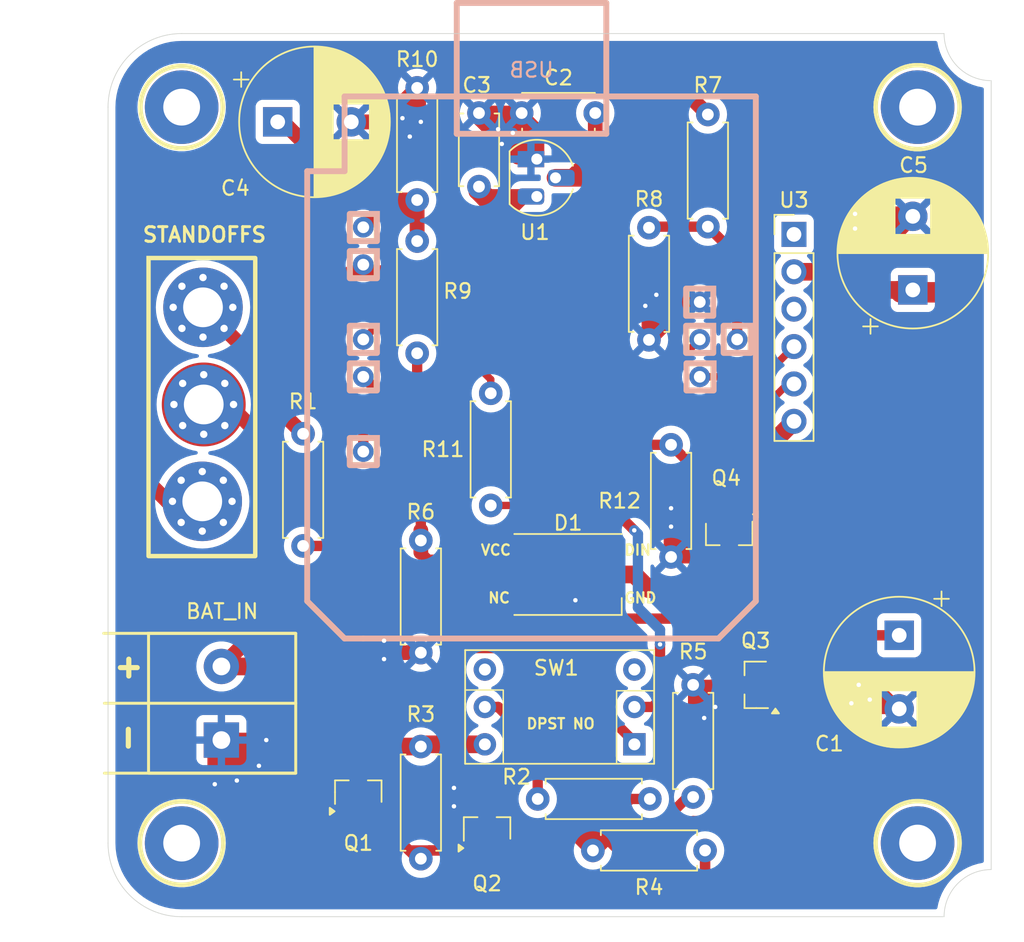
<source format=kicad_pcb>
(kicad_pcb (version 20240108) (generator "pcbnew") (generator_version "8.0")
  (layers (0 "F.Cu" signal) (31 "B.Cu" signal) (34 "B.Paste" user) (35 "F.Paste" user) (36 "B.SilkS" user "B.Silkscreen") (37 "F.SilkS" user "F.Silkscreen") (38 "B.Mask" user) (39 "F.Mask" user) (44 "Edge.Cuts" user))
  (net 0 "")
  (net 1 "CIRCUIT_POWER_SWITCH")
  (net 2 "GND")
  (net 3 "VCC_4.5V")
  (net 4 "+3.3V")
  (net 5 "Net-(U2-IO_13{slash}TCK)")
  (net 6 "Net-(D1-DIN)")
  (net 7 "Net-(Q1-G)")
  (net 8 "Net-(Q2-G)")
  (net 9 "Net-(Q4-D)")
  (net 10 "SIM800L_POWER_SWITCH")
  (net 11 "Net-(R1-Pad2)")
  (net 12 "Net-(R2-Pad2)")
  (net 13 "Net-(U2-IO_04)")
  (net 14 "Net-(R7-Pad2)")
  (net 15 "TEST_BUTTON")
  (net 16 "Net-(U2-IO_23{slash}D7)")
  (net 17 "SERIAL_TX")
  (net 18 "SERIAL_RX")
  (net 20 "Net-(J1-Pin_2)")
  (footprint "MountingHole:MountingHole_2.5mm_Pad" (layer "F.Cu") (at 172.275 73.2)
    (property "Reference" "H2" (hide yes))
    (property "Value" "MountingHole")
  )
  (footprint "Package_TO_SOT_SMD:SOT-23_Handsoldering" (layer "F.Cu") (at 134.275 119.7 90)
    (property "Reference" "Q1")
    (property "Value" "NTR4101PT1G ")
  )
  (footprint "Package_TO_SOT_SMD:SOT-23_Handsoldering" (layer "F.Cu") (at 159.475 102.2 -90)
    (property "Reference" "Q4")
    (property "Value" "PMV16XNR ")
  )
  (footprint "Resistor_THT:R_Axial_DIN0207_L6.3mm_D2.5mm_P7.62mm_Horizontal" (layer "F.Cu") (at 138.525 124.26 90)
    (property "Reference" "R3")
    (property "Value" "100K")
  )
  (footprint "Capacitor_THT:CP_Radial_D10.0mm_P5.00mm" (layer "F.Cu") (at 171.025 109.082323 -90)
    (property "Reference" "C1")
    (property "Value" "470uF")
  )
  (footprint "LED_SMD:LED_WS2812B_PLCC4_5.0x5.0mm_P3.2mm" (layer "F.Cu") (at 148.525 104.95)
    (property "Reference" "D1")
    (property "Value" "WS2812B")
  )
  (footprint "Capacitor_THT:C_Disc_D4.7mm_W2.5mm_P5.00mm" (layer "F.Cu") (at 150.375 73.6 180)
    (property "Reference" "C2")
    (property "Value" "1uF")
  )
  (footprint "Connector_PinHeader_2.54mm:PinHeader_1x06_P2.54mm_Vertical" (layer "F.Cu") (at 163.875 81.845)
    (property "Reference" "U3")
    (property "Value" "SIM800L-CORE")
  )
  (footprint "Resistor_THT:R_Axial_DIN0207_L6.3mm_D2.5mm_P7.62mm_Horizontal" (layer "F.Cu") (at 138.275 89.92 90)
    (property "Reference" "R9")
    (property "Value" "150")
  )
  (footprint "Resistor_THT:R_Axial_DIN0207_L6.3mm_D2.5mm_P7.62mm_Horizontal" (layer "F.Cu") (at 154.025 89.01 90)
    (property "Reference" "R8")
    (property "Value" "680")
  )
  (footprint "MountingHole:MountingHole_2.7mm_M2.5_Pad_Via" (layer "F.Cu") (at 123.775 93.4)
    (property "Reference" "S1" (hide yes))
    (property "Value" "CUNDUCTIVE_LEGS (legs 0, 1)")
  )
  (footprint "Resistor_THT:R_Axial_DIN0207_L6.3mm_D2.5mm_P7.62mm_Horizontal" (layer "F.Cu") (at 150.215 123.7)
    (property "Reference" "R4")
    (property "Value" "100K")
  )
  (footprint "MountingHole:MountingHole_2.7mm_M2.5_Pad_Via" (layer "F.Cu") (at 123.675 99.981891)
    (property "Reference" "S3" (hide yes))
    (property "Value" "CUNDUCTIVE_LEG (leg 2)")
  )
  (footprint "Capacitor_THT:CP_Radial_D10.0mm_P5.00mm" (layer "F.Cu") (at 128.8 74.2)
    (property "Reference" "C4")
    (property "Value" "470")
  )
  (footprint "Resistor_THT:R_Axial_DIN0207_L6.3mm_D2.5mm_P7.62mm_Horizontal" (layer "F.Cu") (at 138.525 110.26 90)
    (property "Reference" "R6")
    (property "Value" "100K")
  )
  (footprint "Resistor_THT:R_Axial_DIN0207_L6.3mm_D2.5mm_P7.62mm_Horizontal" (layer "F.Cu") (at 158.025 81.32 90)
    (property "Reference" "R7")
    (property "Value" "330")
  )
  (footprint "Button_Switch_THT:SW_NKK_G1xJP" (layer "F.Cu") (at 153.035 116.49 180)
    (property "Reference" "SW1")
    (property "Value" "TEST")
  )
  (footprint "MountingHole:MountingHole_2.7mm_M2.5_Pad_Via" (layer "F.Cu") (at 123.725 86.8)
    (property "Reference" "S2" (hide yes))
    (property "Value" "CUNDUCTIVE STANDOFFS (legs 1, 2)")
  )
  (footprint "TerminalBlock_Philmore:TerminalBlock_Philmore_TB132_1x02_P5.00mm_Horizontal" (layer "F.Cu") (at 124.975 116.2 90)
    (property "Reference" "BAT_IN")
    (property "Value" "Screw_Terminal_01x02")
  )
  (footprint "Resistor_THT:R_Axial_DIN0207_L6.3mm_D2.5mm_P7.62mm_Horizontal" (layer "F.Cu") (at 138.275 71.89 -90)
    (property "Reference" "R10")
    (property "Value" "10K")
  )
  (footprint "Package_TO_SOT_SMD:SOT-23_Handsoldering" (layer "F.Cu") (at 161.275 112.45 180)
    (property "Reference" "Q3")
    (property "Value" "PMV16XNR ")
  )
  (footprint "Resistor_THT:R_Axial_DIN0207_L6.3mm_D2.5mm_P7.62mm_Horizontal" (layer "F.Cu") (at 130.525 103.01 90)
    (property "Reference" "R1")
    (property "Value" "330")
  )
  (footprint "Package_TO_SOT_THT:TO-92_HandSolder" (layer "F.Cu") (at 146.405 76.73 -90)
    (property "Reference" "U1")
    (property "Value" "MCP1700x-120xxTO")
  )
  (footprint "MountingHole:MountingHole_2.5mm_Pad" (layer "F.Cu") (at 172.275 123.2)
    (property "Reference" "H4" (hide yes))
    (property "Value" "MountingHole")
  )
  (footprint "Resistor_THT:R_Axial_DIN0207_L6.3mm_D2.5mm_P7.62mm_Horizontal" (layer "F.Cu") (at 154.085 120.2 180)
    (property "Reference" "R2")
    (property "Value" "330")
  )
  (footprint "Resistor_THT:R_Axial_DIN0207_L6.3mm_D2.5mm_P7.62mm_Horizontal" (layer "F.Cu") (at 157.025 112.45 -90)
    (property "Reference" "R5")
    (property "Value" "300K")
  )
  (footprint "Capacitor_THT:CP_Radial_D10.0mm_P5.00mm" (layer "F.Cu") (at 171.95 85.617677 90)
    (property "Reference" "C5")
    (property "Value" "470uF")
  )
  (footprint "MountingHole:MountingHole_2.5mm_Pad" (layer "F.Cu") (at 122.275 73.2)
    (property "Reference" "H1" (hide yes))
    (property "Value" "MountingHole")
  )
  (footprint "Resistor_THT:R_Axial_DIN0207_L6.3mm_D2.5mm_P7.62mm_Horizontal" (layer "F.Cu") (at 143.275 92.64 -90)
    (property "Reference" "R11")
    (property "Value" "270")
  )
  (footprint "MountingHole:MountingHole_2.5mm_Pad" (layer "F.Cu") (at 122.275 123.2)
    (property "Reference" "H3" (hide yes))
    (property "Value" "MountingHole")
  )
  (footprint "Capacitor_THT:C_Disc_D4.7mm_W2.5mm_P5.00mm" (layer "F.Cu") (at 142.475 78.6 90)
    (property "Reference" "C3")
    (property "Value" "1uF")
  )
  (footprint "Resistor_THT:R_Axial_DIN0207_L6.3mm_D2.5mm_P7.62mm_Horizontal" (layer "F.Cu") (at 155.525 103.76 90)
    (property "Reference" "R12")
    (property "Value" "10K")
  )
  (footprint "Package_TO_SOT_SMD:SOT-23_Handsoldering" (layer "F.Cu") (at 143.025 122.2 90)
    (property "Reference" "Q2")
    (property "Value" "PMV16XNR ")
  )
  (footprint "jw:esp32-wemos-d1-mini" (layer "B.Cu") (at 146.045 90.25)
    (property "Reference" "U2" (hide yes))
    (property "Value" "mini_esp32")
  )
  (gr_circle (center 123.775 93.4) (end 126.525455 93.4) (stroke (width 0.2)) (fill solid) (layer "F.Cu") (net 20))
  (gr_rect (start 120.025 108.95) (end 130.025 118.45) (stroke (width 0.2)) (fill none) (layer "F.SilkS"))
  (gr_rect (start 151.825 112.85) (end 154.37612 117.8108) (stroke (width 0.1)) (fill none) (layer "F.SilkS"))
  (gr_rect (start 133.8 80.55) (end 135.425 82.2) (stroke (width 0.2)) (fill none) (layer "F.SilkS"))
  (gr_rect (start 159.2 88.15) (end 160.825 89.8) (stroke (width 0.2)) (fill none) (layer "F.SilkS"))
  (gr_line (start 130.025 108.95) (end 116.975 108.95) (stroke (width 0.2)) (layer "F.SilkS"))
  (gr_line (start 130.025 113.7) (end 117.025 113.7) (stroke (width 0.2)) (layer "F.SilkS"))
  (gr_line (start 130.025 118.45) (end 117.025 118.45) (stroke (width 0.2)) (layer "F.SilkS"))
  (gr_rect (start 133.8 90.7) (end 135.425 92.35) (stroke (width 0.2)) (fill none) (layer "F.SilkS"))
  (gr_rect (start 133.8 83.075) (end 135.425 84.725) (stroke (width 0.2)) (fill none) (layer "F.SilkS"))
  (gr_rect (start 156.675 90.7) (end 158.3 92.35) (stroke (width 0.2)) (fill none) (layer "F.SilkS"))
  (gr_rect (start 156.675 88.15) (end 158.3 89.8) (stroke (width 0.2)) (fill none) (layer "F.SilkS"))
  (gr_rect (start 120.025 83.45) (end 127.275 103.7) (stroke (width 0.3)) (fill none) (layer "F.SilkS"))
  (gr_rect (start 133.8 88.15) (end 135.425 89.8) (stroke (width 0.2)) (fill none) (layer "F.SilkS"))
  (gr_rect (start 141.535 112.8) (end 144.125 117.8108) (stroke (width 0.1)) (fill none) (layer "F.SilkS"))
  (gr_rect (start 133.8 95.775) (end 135.425 97.425) (stroke (width 0.2)) (fill none) (layer "F.SilkS"))
  (gr_rect (start 156.675 85.625) (end 158.3 87.275) (stroke (width 0.2)) (fill none) (layer "F.SilkS"))
  (gr_line (start 122.275 128.2) (end 174.075 128.2) (stroke (width 0.05)) (layer "Edge.Cuts"))
  (gr_arc (start 174.075 128.2) (mid 175.012258 125.937258) (end 177.275 125) (stroke (width 0.05)) (layer "Edge.Cuts"))
  (gr_line (start 174.075 68.2) (end 122.275 68.2) (stroke (width 0.05)) (layer "Edge.Cuts"))
  (gr_arc (start 117.275 73.2) (mid 118.739466 69.664466) (end 122.275 68.2) (stroke (width 0.05)) (layer "Edge.Cuts"))
  (gr_arc (start 122.275 128.2) (mid 118.739466 126.735534) (end 117.275 123.2) (stroke (width 0.05)) (layer "Edge.Cuts"))
  (gr_line (start 177.275 125) (end 177.275 71.4) (stroke (width 0.05)) (layer "Edge.Cuts"))
  (gr_line (start 117.275 73.2) (end 117.275 123.2) (stroke (width 0.05)) (layer "Edge.Cuts"))
  (gr_arc (start 177.275 71.4) (mid 175.012258 70.462742) (end 174.075 68.2) (stroke (width 0.05)) (layer "Edge.Cuts"))
  (gr_text "VCC" (at 142.525 103.7 0) (layer "F.SilkS") (effects (font (size 0.7 0.7) (thickness 0.15) (bold yes)) (justify left bottom)))
  (gr_text "NC" (at 143.025 106.95 0) (layer "F.SilkS") (effects (font (size 0.7 0.7) (thickness 0.15) (bold yes)) (justify left bottom)))
  (gr_text "-" (at 119.425 117.2 90) (layer "F.SilkS") (effects (font (size 1.5 1.5) (thickness 0.35) (bold yes)) (justify left bottom)))
  (gr_text "STANDOFFS" (at 119.525 82.45 0) (layer "F.SilkS") (effects (font (size 1 1) (thickness 0.2) (bold yes)) (justify left bottom)))
  (gr_text "DIN" (at 152.275 103.7 0) (layer "F.SilkS") (effects (font (size 0.7 0.7) (thickness 0.15) (bold yes)) (justify left bottom)))
  (gr_text "+" (at 117.525 112.05 0) (layer "F.SilkS") (effects (font (size 1.5 1.5) (thickness 0.35) (bold yes)) (justify left bottom)))
  (gr_text "DPST NO" (at 145.625 115.5 0) (layer "F.SilkS") (effects (font (size 0.7 0.7) (thickness 0.15) (bold yes)) (justify left bottom)))
  (gr_text "GND" (at 152.275 106.95 0) (layer "F.SilkS") (effects (font (size 0.7 0.7) (thickness 0.15) (bold yes)) (justify left bottom)))
  (segment (start 139.025 103.95) (end 138.525 103.45) (width 0.7) (layer "F.Cu") (net 1))
  (segment (start 162.775 111.5) (end 164.607323 111.5) (width 0.7) (layer "F.Cu") (net 1))
  (segment (start 138.525 95.43) (end 134.615 91.52) (width 0.7) (layer "F.Cu") (net 1))
  (segment (start 167.025 109.082323) (end 171.025 109.082323) (width 0.7) (layer "F.Cu") (net 1))
  (segment (start 138.525 102.64) (end 138.525 101.95) (width 1) (layer "F.Cu") (net 1))
  (segment (start 145.025 107.95) (end 141.025 103.95) (width 0.7) (layer "F.Cu") (net 1))
  (segment (start 138.525 102.64) (end 138.525 103.45) (width 1) (layer "F.Cu") (net 1))
  (segment (start 162.775 111.5) (end 161.575 111.5) (width 0.7) (layer "F.Cu") (net 1))
  (segment (start 161.575 111.5) (end 158.025 107.95) (width 0.7) (layer "F.Cu") (net 1))
  (segment (start 138.525 103.45) (end 138.525 95.43) (width 0.7) (layer "F.Cu") (net 1))
  (segment (start 164.607323 111.5) (end 167.025 109.082323) (width 0.7) (layer "F.Cu") (net 1))
  (segment (start 141.025 103.95) (end 139.025 103.95) (width 0.7) (layer "F.Cu") (net 1))
  (segment (start 158.025 107.95) (end 145.025 107.95) (width 0.7) (layer "F.Cu") (net 1))
  (segment (start 157.275 115.2) (end 157.775 114.7) (width 0.7) (layer "F.Cu") (net 2))
  (segment (start 168.157323 114.082323) (end 167.775 113.7) (width 0.7) (layer "F.Cu") (net 2))
  (segment (start 157.025 112.45) (end 160.525 112.45) (width 0.7) (layer "F.Cu") (net 2))
  (segment (start 134.157323 74.2) (end 136.775 74.2) (width 0.7) (layer "F.Cu") (net 2))
  (segment (start 170.875 80.692677) (end 168.782323 80.692677) (width 1) (layer "F.Cu") (net 2))
  (segment (start 155.015 87.21) (end 154.525 87.7) (width 1) (layer "F.Cu") (net 2))
  (segment (start 155.525 103.76) (end 155.525 100.45) (width 1) (layer "F.Cu") (net 2))
  (segment (start 169.407323 114.082323) (end 168.275 112.95) (width 0.7) (layer "F.Cu") (net 2))
  (segment (start 138.525 110.26) (end 136.835 110.26) (width 1) (layer "F.Cu") (net 2))
  (segment (start 149.125 106.6) (end 149.025 106.7) (width 0.7) (layer "F.Cu") (net 2))
  (segment (start 136.835 110.26) (end 136.025 109.45) (width 1) (layer "F.Cu") (net 2))
  (segment (start 142.525 119.45) (end 143.025 119.95) (width 0.7) (layer "F.Cu") (net 2))
  (segment (start 157.025 115.2) (end 157.275 115.2) (width 0.7) (layer "F.Cu") (net 2))
  (segment (start 146.405 76.73) (end 146.405 76.33) (width 1) (layer "F.Cu") (net 2))
  (segment (start 124.525 119.2) (end 125.775 119.2) (width 1) (layer "F.Cu") (net 2))
  (segment (start 125.025 117.95) (end 125.025 116.2) (width 1) (layer "F.Cu") (net 2))
  (segment (start 125.025 119.2) (end 128.025 116.2) (width 1) (layer "F.Cu") (net 2))
  (segment (start 126.525 118.2) (end 124.775 116.45) (width 1) (layer "F.Cu") (net 2))
  (segment (start 145.055 76.73) (end 144.025 75.7) (width 0.7) (layer "F.Cu") (net 2))
  (segment (start 137.275 74.2) (end 137.025 73.95) (width 0.7) (layer "F.Cu") (net 2))
  (segment (start 168.025 80.45) (end 171.782323 80.45) (width 1) (layer "F.Cu") (net 2))
  (segment (start 155.015 86.44) (end 154.525 85.95) (width 1) (layer "F.Cu") (net 2))
  (segment (start 127.525 117.95) (end 126.725 117.95) (width 1) (layer "F.Cu") (net 2))
  (segment (start 138.025 73.7) (end 138.025 72.95) (width 0.7) (layer "F.Cu") (net 2))
  (segment (start 141.775 120.2) (end 141.525 119.95) (width 0.7) (layer "F.Cu") (net 2))
  (segment (start 167.775 112.95) (end 168.275 112.45) (width 0.7) (layer "F.Cu") (net 2))
  (segment (start 125.775 119.2) (end 126.025 118.95) (width 1) (layer "F.Cu") (net 2))
  (segment (start 142.275 119.95) (end 142.025 119.95) (width 0.7) (layer "F.Cu") (net 2))
  (segment (start 138.525 74.2) (end 134.157323 74.2) (width 0.7) (layer "F.Cu") (net 2))
  (segment (start 171.782323 80.45) (end 171.95 80.617677) (width 1) (layer "F.Cu") (net 2))
  (segment (start 156.595 86.44) (end 154.025 89.01) (width 1) (layer "F.Cu") (net 2))
  (segment (start 137.525 74.95) (end 137.525 73.7) (width 0.7) (layer "F.Cu") (net 2))
  (segment (start 128.025 117.45) (end 127.275 116.7) (width 1) (layer "F.Cu") (net 2))
  (segment (start 138.525 74.2) (end 137.775 73.45) (width 0.7) (layer "F.Cu") (net 2))
  (segment (start 146.405 76.73) (end 145.055 76.73) (width 0.7) (layer "F.Cu") (net 2))
  (segment (start 145.375 73.6) (end 142.475 73.6) (width 1) (layer "F.Cu") (net 2))
  (segment (start 126.225 117.45) (end 124.975 116.2) (width 1) (layer "F.Cu") (net 2))
  (segment (start 141.525 120.2) (end 141.275 119.95) (width 0.7) (layer "F.Cu") (net 2))
  (segment (start 140.775 119.45) (end 142.525 119.45) (width 0.7) (layer "F.Cu") (net 2))
  (segment (start 160.025 112.45) (end 159.025 112.45) (width 0.7) (layer "F.Cu") (net 2))
  (segment (start 143.025 120.7) (end 142.525 120.2) (width 0.7) (layer "F.Cu") (net 2))
  (segment (start 159.475 103.7) (end 158.025 103.7) (width 1) (layer "F.Cu") (net 2))
  (segment (start 168.782323 80.692677) (end 168.025 81.45) (width 1) (layer "F.Cu") (net 2))
  (segment (start 158.525 113.95) (end 157.775 114.7) (width 0.7) (layer "F.Cu") (net 2))
  (segment (start 142.525 120.2) (end 141.525 120.2) (width 0.7) (layer "F.Cu") (net 2))
  (segment (start 146.405 74.83) (end 145.275 73.7) (width 1) (layer "F.Cu") (net 2))
  (segment (start 146.405 75.58) (end 144.775 73.95) (width 1) (layer "F.Cu") (net 2))
  (segment (start 142.525 120.2) (end 141.775 120.2) (width 0.7) (layer "F.Cu") (net 2))
  (segment (start 138.525 74.2) (end 138.025 73.7) (width 0.7) (layer "F.Cu") (net 2))
  (segment (start 170.157323 114.082323) (end 169.025 112.95) (width 0.7) (layer "F.Cu") (net 2))
  (segment (start 157.025 112.45) (end 157.025 115.2) (width 0.7) (layer "F.Cu") (net 2))
  (segment (start 126.725 117.95) (end 124.975 116.2) (width 1) (layer "F.Cu") (net 2))
  (segment (start 128.025 117.45) (end 127.525 117.95) (width 1) (layer "F.Cu") (net 2))
  (segment (start 136.775 74.2) (end 137.775 75.2) (width 0.7) (layer "F.Cu") (net 2))
  (segment (start 169.392677 112.45) (end 171.025 114.082323) (width 0.7) (layer "F.Cu") (net 2))
  (segment (start 157.025 115.2) (end 159.775 112.45) (width 0.7) (layer "F.Cu") (net 2))
  (segment (start 168.025 81.45) (end 168.025 80.45) (width 1) (layer "F.Cu") (net 2))
  (segment (start 128.025 116.2) (end 128.025 117.45) (width 1) (layer "F.Cu") (net 2))
  (segment (start 150.975 106.6) (end 149.125 106.6) (width 0.7) (layer "F.Cu") (net 2))
  (segment (start 124.525 116.65) (end 124.975 116.2) (width 1) (layer "F.Cu") (net 2))
  (segment (start 127.525 117.95) (end 125.775 116.2) (width 1) (layer "F.Cu") (net 2))
  (segment (start 137.775 75.2) (end 137.775 74.95) (width 0.7) (layer "F.Cu") (net 2))
  (segment (start 157.025 114.45) (end 157.025 112.45) (width 0.7) (layer "F.Cu") (net 2))
  (segment (start 146.405 76.73) (end 145.555 76.73) (width 1) (layer "F.Cu") (net 2))
  (segment (start 126.525 118.95) (end 127.525 117.95) (width 1) (layer "F.Cu") (net 2))
  (segment (start 138.525 72.14) (end 138.275 71.89) (width 0.7) (layer "F.Cu") (net 2))
  (segment (start 158.025 103.7) (end 157.275 102.95) (width 1) (layer "F.Cu") (net 2))
  (segment (start 125.775 116.2) (end 125.025 116.2) (width 1) (layer "F.Cu") (net 2))
  (segment (start 138.525 74.2) (end 138.525 72.14) (width 0.7) (layer "F.Cu") (net 2))
  (segment (start 127.275 116.7) (end 124.775 116.7) (width 1) (layer "F.Cu") (net 2))
  (segment (start 127.525 117.95) (end 126.275 119.2) (width 1) (layer "F.Cu") (net 2))
  (segment (start 146.405 76.73) (end 146.405 75.58) (width 1) (layer "F.Cu") (net 2))
  (segment (start 169.642677 112.7) (end 168.525 112.7) (width 0.7) (layer "F.Cu") (net 2))
  (segment (start 155.525 100.45) (end 155.525 101.2) (width 1) (layer "F.Cu") (net 2))
  (segment (start 157.275 102.95) (end 156.025 102.95) (width 1) (layer "F.Cu") (net 2))
  (segment (start 136.465 110.26) (end 136.025 110.7) (width 1) (layer "F.Cu") (net 2))
  (segment (start 140.775 120.7) (end 140.775 119.45) (width 0.7) (layer "F.Cu") (net 2))
  (segment (start 128.025 117.45) (end 126.225 117.45) (width 1) (layer "F.Cu") (net 2))
  (segment (start 128.025 116.2) (end 124.975 116.2) (width 1) (layer "F.Cu") (net 2))
  (segment (start 170.875 80.692677) (end 168.032323 80.692677) (width 1) (layer "F.Cu") (net 2))
  (segment (start 126.275 119.2) (end 125.775 119.2) (width 1) (layer "F.Cu") (net 2))
  (segment (start 124.525 119.2) (end 125.025 119.2) (width 1) (layer "F.Cu") (net 2))
  (segment (start 160.025 112.45) (end 158.275 112.45) (width 0.7) (layer "F.Cu") (net 2))
  (segment (start 137.775 75.2) (end 137.525 74.95) (width 0.7) (layer "F.Cu") (net 2))
  (segment (start 158.025 103.7) (end 155.585 103.7) (width 1) (layer "F.Cu") (net 2))
  (segment (start 170.875 80.692677) (end 168.267677 80.692677) (width 1) (layer "F.Cu") (net 2))
  (segment (start 168.267677 80.692677) (end 168.025 80.45) (width 1) (layer "F.Cu") (net 2))
  (segment (start 171.025 114.082323) (end 169.407323 114.082323) (width 0.7) (layer "F.Cu") (net 2))
  (segment (start 155.585 103.7) (end 155.525 103.76) (width 1) (layer "F.Cu") (net 2))
  (segment (start 168.657323 114.082323) (end 168.025 113.45) (width 0.7) (layer "F.Cu") (net 2))
  (segment (start 157.475 86.44) (end 156.595 86.44) (width 1) (layer "F.Cu") (net 2))
  (segment (start 145.555 76.73) (end 142.525 73.7) (width 1) (layer "F.Cu") (net 2))
  (segment (start 154.525 87.7) (end 154.525 86.7) (width 1) (layer "F.Cu") (net 2))
  (segment (start 158.275 112.45) (end 157.275 113.45) (width 0.7) (layer "F.Cu") (net 2))
  (segment (start 137.775 73.45) (end 137.025 73.45) (width 0.7) (layer "F.Cu") (net 2))
  (segment (start 159.775 112.7) (end 158.525 113.95) (width 0.7) (layer "F.Cu") (net 2))
  (segment (start 171.117677 81.45) (end 171.95 80.617677) (width 1) (layer "F.Cu") (net 2))
  (segment (start 137.775 74.95) (end 138.525 74.2) (width 0.7) (layer "F.Cu") (net 2))
  (segment (start 135.965 74.2) (end 138.275 71.89) (width 1) (layer "F.Cu") (net 2))
  (segment (start 146.405 76.33) (end 144.025 73.95) (width 1) (layer "F.Cu") (net 2))
  (segment (start 154.025 86.95) (end 153.775 86.7) (width 1) (layer "F.Cu") (net 2))
  (segment (start 141.525 120.2) (end 141.275 120.45) (width 0.7) (layer "F.Cu") (net 2))
  (segment (start 142.475 73.6) (end 142.475 74.15) (width 0.7) (layer "F.Cu") (net 2))
  (segment (start 171.025 114.082323) (end 168.157323 114.082323) (width 0.7) (layer "F.Cu") (net 2))
  (segment (start 168.275 112.45) (end 169.392677 112.45) (width 0.7) (layer "F.Cu") (net 2))
  (segment (start 126.025 118.95) (end 126.525 118.95) (width 1) (layer "F.Cu") (net 2))
  (segment (start 135.965 74.2) (end 133.8 74.2) (width 1) (layer "F.Cu") (net 2))
  (segment (start 143.025 120.7) (end 142.275 119.95) (width 0.7) (layer "F.Cu") (net 2))
  (segment (start 143.025 120.7) (end 140.775 120.7) (width 0.7) (layer "F.Cu") (net 2))
  (segment (start 155.525 101.2) (end 158.025 103.7) (width 1) (layer "F.Cu") (net 2))
  (segment (start 126.025 118.95) (end 125.025 117.95) (width 1) (layer "F.Cu") (net 2))
  (segment (start 159.025 112.45) (end 157.025 114.45) (width 0.7) (layer "F.Cu") (net 2))
  (segment (start 146.405 76.73) (end 146.405 74.83) (width 1) (layer "F.Cu") (net 2))
  (segment (start 138.525 110.26) (end 136.465 110.26) (width 1) (layer "F.Cu") (net 2))
  (segment (start 124.525 119.2) (end 124.525 116.65) (width 1) (layer "F.Cu") (net 2))
  (segment (start 143.025 119.95) (end 143.025 120.7) (width 0.7) (layer "F.Cu") (net 2))
  (segment (start 142.475 74.15) (end 144.025 75.7) (width 0.7) (layer "F.Cu") (net 2))
  (segment (start 171.025 114.082323) (end 169.642677 112.7) (width 0.7) (layer "F.Cu") (net 2))
  (segment (start 171.025 114.082323) (end 170.157323 114.082323) (width 0.7) (layer "F.Cu") (net 2))
  (segment (start 154.025 89.01) (end 154.025 86.95) (width 1) (layer "F.Cu") (net 2))
  (segment (start 155.015 86.44) (end 155.015 87.21) (width 1) (layer "F.Cu") (net 2))
  (segment (start 159.775 112.45) (end 159.775 112.7) (width 0.7) (layer "F.Cu") (net 2))
  (segment (start 134.157323 74.2) (end 135.965 74.2) (width 1) (layer "F.Cu") (net 2))
  (segment (start 168.025 81.45) (end 171.117677 81.45) (width 1) (layer "F.Cu") (net 2))
  (segment (start 167.775 113.7) (end 167.775 112.95) (width 0.7) (layer "F.Cu") (net 2))
  (segment (start 136.025 110.7) (end 136.025 109.45) (width 1) (layer "F.Cu") (net 2))
  (segment (start 138.525 74.2) (end 137.275 74.2) (width 0.7) (layer "F.Cu") (net 2))
  (segment (start 153.775 86.7) (end 154.525 85.95) (width 1) (layer "F.Cu") (net 2))
  (segment (start 157.475 86.44) (end 155.015 86.44) (width 1) (layer "F.Cu") (net 2))
  (segment (start 171.025 114.082323) (end 168.657323 114.082323) (width 0.7) (layer "F.Cu") (net 2))
  (segment (start 126.525 118.95) (end 126.525 118.2) (width 1) (layer "F.Cu") (net 2))
  (via (at 140.775 120.7) (size 0.7) (drill 0.3) (layers "F.Cu" "B.Cu") (net 2))
  (via (at 167.775 113.7) (size 0.7) (drill 0.3) (layers "F.Cu" "B.Cu") (net 2))
  (via (at 137.775 75.2) (size 0.7) (drill 0.3) (layers "F.Cu" "B.Cu") (net 2))
  (via (at 158.525 113.95) (size 0.7) (drill 0.3) (layers "F.Cu" "B.Cu") (net 2))
  (via (at 144.025 75.7) (size 0.7) (drill 0.3) (layers "F.Cu" "B.Cu") (net 2))
  (via (at 169.025 113.45) (size 0.7) (drill 0.3) (layers "F.Cu" "B.Cu") (net 2))
  (via (at 136.025 110.7) (size 0.7) (drill 0.3) (layers "F.Cu" "B.Cu") (net 2))
  (via (at 155.525 101.7) (size 0.7) (drill 0.3) (layers "F.Cu" "B.Cu") (net 2))
  (via (at 168.025 80.45) (size 0.7) (drill 0.3) (layers "F.Cu" "B.Cu") (net 2))
  (via (at 126.025 118.95) (size 0.7) (drill 0.3) (layers "F.Cu" "B.Cu") (net 2))
  (via (at 155.525 100.45) (size 0.7) (drill 0.3) (layers "F.Cu" "B.Cu") (net 2))
  (via (at 153.775 86.7) (size 0.7) (drill 0.3) (layers "F.Cu" "B.Cu") (net 2))
  (via (at 154.525 85.95) (size 0.7) (drill 0.3) (layers "F.Cu" "B.Cu") (net 2))
  (via (at 127.525 117.95) (size 0.7) (drill 0.3) (layers "F.Cu" "B.Cu") (net 2))
  (via (at 140.775 119.45) (size 0.7) (drill 0.3) (layers "F.Cu" "B.Cu") (net 2))
  (via (at 168.275 112.45) (size 0.7) (drill 0.3) (layers "F.Cu" "B.Cu") (net 2))
  (via (at 168.025 81.45) (size 0.7) (drill 0.3) (layers "F.Cu" "B.Cu") (net 2))
  (via (at 144.775 74.95) (size 0.7) (drill 0.3) (layers "F.Cu" "B.Cu") (net 2))
  (via (at 149.025 106.7) (size 0.7) (drill 0.3) (layers "F.Cu" "B.Cu") (net 2))
  (via (at 136.025 109.45) (size 0.7) (drill 0.3) (layers "F.Cu" "B.Cu") (net 2))
  (via (at 157.775 114.7) (size 0.7) (drill 0.3) (layers "F.Cu" "B.Cu") (net 2))
  (via (at 137.275 73.95) (size 0.7) (drill 0.3) (layers "F.Cu" "B.Cu") (net 2))
  (via (at 138.525 74.2) (size 0.7) (drill 0.3) (layers "F.Cu" "B.Cu") (net 2))
  (via (at 124.525 119.2) (size 0.7) (drill 0.3) (layers "F.Cu" "B.Cu") (net 2))
  (via (at 128.025 116.2) (size 0.7) (drill 0.3) (layers "F.Cu" "B.Cu") (net 2))
  (via (at 143.775 74.7) (size 0.7) (drill 0.3) (layers "F.Cu" "B.Cu") (net 2))
  (segment (start 167.735 84.385) (end 163.875 84.385) (width 1.2) (layer "F.Cu") (net 3))
  (segment (start 175.275 87.175) (end 175.275 94.45) (width 1.2) (layer "F.Cu") (net 3))
  (segment (start 158.895 126.2) (end 157.835 125.14) (width 0.7) (layer "F.Cu") (net 3))
  (segment (start 147.675 78) (end 148.725 78) (width 1) (layer "F.Cu") (net 3))
  (segment (start 171.95 85.617677) (end 168.967677 85.617677) (width 1.2) (layer "F.Cu") (net 3))
  (segment (start 150.525 76.5) (end 150.525 77.45) (width 1) (layer "F.Cu") (net 3))
  (segment (start 175.067677 85.692677) (end 175.275 85.9) (width 1.2) (layer "F.Cu") (net 3))
  (segment (start 150.375 76.35) (end 151.775 77.75) (width 1) (layer "F.Cu") (net 3))
  (segment (start 167.275 121.45) (end 170.025 118.7) (width 1.2) (layer "F.Cu") (net 3))
  (segment (start 175.275 116.7) (end 175.275 111.7) (width 1.2) (layer "F.Cu") (net 3))
  (segment (start 168.05 78) (end 147.675 78) (width 1.2) (layer "F.Cu") (net 3))
  (segment (start 157.835 125.26) (end 158.775 126.2) (width 0.7) (layer "F.Cu") (net 3))
  (segment (start 133.775 126.2) (end 153.025 126.2) (width 1.2) (layer "F.Cu") (net 3))
  (segment (start 170.875 85.692677) (end 175.067677 85.692677) (width 1.2) (layer "F.Cu") (net 3))
  (segment (start 173.275 118.7) (end 175.275 116.7) (width 1.2) (layer "F.Cu") (net 3))
  (segment (start 156.025 126.2) (end 165.275 126.2) (width 1.2) (layer "F.Cu") (net 3))
  (segment (start 170.025 118.7) (end 173.275 118.7) (width 1.2) (layer "F.Cu") (net 3))
  (segment (start 151.775 77.75) (end 151.775 77.95) (width 1) (layer "F.Cu") (net 3))
  (segment (start 173.975 85.875) (end 171.075 85.875) (width 1.2) (layer "F.Cu") (net 3))
  (segment (start 175.275 85.9) (end 175.275 79.575) (width 1.2) (layer "F.Cu") (net 3))
  (segment (start 175.275 87.175) (end 173.975 85.875) (width 1.2) (layer "F.Cu") (net 3))
  (segment (start 156.025 126.2) (end 155.145 126.2) (width 0.7) (layer "F.Cu") (net 3))
  (segment (start 150.375 76.35) (end 150.525 76.5) (width 1) (layer "F.Cu") (net 3))
  (segment (start 175.275 111.7) (end 175.275 107.95) (width 1.2) (layer "F.Cu") (net 3))
  (segment (start 175.067677 85.692677) (end 172.025 85.692677) (width 1.2) (layer "F.Cu") (net 3))
  (segment (start 157.835 125.14) (end 156.775 126.2) (width 0.7) (layer "F.Cu") (net 3))
  (segment (start 133.325 125.75) (end 133.775 126.2) (width 1.2) (layer "F.Cu") (net 3))
  (segment (start 172.025 85.692677) (end 171.95 85.617677) (width 1.2) (layer "F.Cu") (net 3))
  (segment (start 173.275 105.95) (end 154.025 105.95) (width 1.2) (layer "F.Cu") (net 3))
  (segment (start 175.275 108.95) (end 175.275 111.7) (width 1.2) (layer "F.Cu") (net 3))
  (segment (start 170.95 85.617677) (end 170.875 85.692677) (width 1.2) (layer "F.Cu") (net 3))
  (segment (start 133.325 121.2) (end 133.325 125.75) (width 1.2) (layer "F.Cu") (net 3))
  (segment (start 175.275 85.9) (end 175.275 87.175) (width 1.2) (layer "F.Cu") (net 3))
  (segment (start 148.725 78) (end 150.375 76.35) (width 1) (layer "F.Cu") (net 3))
  (segment (start 175.275 107.95) (end 173.275 105.95) (width 1.2) (layer "F.Cu") (net 3))
  (segment (start 168.875 77.175) (end 168.05 78) (width 1.2) (layer "F.Cu") (net 3))
  (segment (start 167.275 124.2) (end 167.275 121.45) (width 1.2) (layer "F.Cu") (net 3))
  (segment (start 157.835 123.7) (end 157.835 125.14) (width 0.7) (layer "F.Cu") (net 3))
  (segment (start 175.275 79.575) (end 172.875 77.175) (width 1.2) (layer "F.Cu") (net 3))
  (segment (start 154.025 105.95) (end 153.025 104.95) (width 1.2) (layer "F.Cu") (net 3))
  (segment (start 165.275 126.2) (end 167.275 124.2) (width 1.2) (layer "F.Cu") (net 3))
  (segment (start 147.725 104.95) (end 146.075 103.3) (width 1.2) (layer "F.Cu") (net 3))
  (segment (start 153.025 104.95) (end 147.725 104.95) (width 1.2) (layer "F.Cu") (net 3))
  (segment (start 171.95 85.617677) (end 170.95 85.617677) (width 1.2) (layer "F.Cu") (net 3))
  (segment (start 168.967677 85.617677) (end 167.735 84.385) (width 1.2) (layer "F.Cu") (net 3))
  (segment (start 150.375 76.35) (end 150.375 73.6) (width 1) (layer "F.Cu") (net 3))
  (segment (start 175.275 94.45) (end 175.275 108.95) (width 1.2) (layer "F.Cu") (net 3))
  (segment (start 157.835 123.7) (end 157.835 125.26) (width 0.7) (layer "F.Cu") (net 3))
  (segment (start 153.025 126.2) (end 156.025 126.2) (width 1.2) (layer "F.Cu") (net 3))
  (segment (start 172.875 77.175) (end 168.875 77.175) (width 1.2) (layer "F.Cu") (net 3))
  (segment (start 134.615 83.9) (end 135.165 84.45) (width 1) (layer "F.Cu") (net 4))
  (segment (start 146.405 79.27) (end 144.025 79.27) (width 1) (layer "F.Cu") (net 4))
  (segment (start 132.525 94.7) (end 132.525 99.45) (width 0.7) (layer "F.Cu") (net 4))
  (segment (start 142.8 78.925) (end 142.8 79.475) (width 1) (layer "F.Cu") (net 4))
  (segment (start 144.025 80.7) (end 142.275 78.95) (width 1) (layer "F.Cu") (net 4))
  (segment (start 136.275 84.45) (end 140.275 84.45) (width 1) (layer "F.Cu") (net 4))
  (segment (start 144.025 80.7) (end 144.025 79.27) (width 1) (layer "F.Cu") (net 4))
  (segment (start 145.455 79.27) (end 143.775 80.95) (width 1) (layer "F.Cu") (net 4))
  (segment (start 146.405 79.27) (end 145.455 79.27) (width 1) (layer "F.Cu") (net 4))
  (segment (start 144.15 108.7) (end 145.4 109.95) (width 0.7) (layer "F.Cu") (net 4))
  (segment (start 131.525 86.7) (end 131.525 93.7) (width 0.7) (layer "F.Cu") (net 4))
  (segment (start 135.165 84.45) (end 136.275 84.45) (width 1) (layer "F.Cu") (net 4))
  (segment (start 133.775 84.45) (end 131.525 86.7) (width 0.7) (layer "F.Cu") (net 4))
  (segment (start 146.65 109.95) (end 153.035 116.335) (width 0.7) (layer "F.Cu") (net 4))
  (segment (start 136.275 84.45) (end 133.775 84.45) (width 1) (layer "F.Cu") (net 4))
  (segment (start 144.025 79.27) (end 143.145 79.27) (width 1) (layer "F.Cu") (net 4))
  (segment (start 153.035 116.335) (end 153.035 116.49) (width 0.7) (layer "F.Cu") (net 4))
  (segment (start 143.145 79.27) (end 142.475 78.6) (width 1) (layer "F.Cu") (net 4))
  (segment (start 142.475 78.6) (end 142.8 78.925) (width 1) (layer "F.Cu") (net 4))
  (segment (start 142.8 79.475) (end 144.025 80.7) (width 1) (layer "F.Cu") (net 4))
  (segment (start 140.275 84.45) (end 144.025 80.7) (width 1) (layer "F.Cu") (net 4))
  (segment (start 141.775 108.7) (end 144.15 108.7) (width 0.7) (layer "F.Cu") (net 4))
  (segment (start 142.275 78.95) (end 142.275 78.7) (width 1) (layer "F.Cu") (net 4))
  (segment (start 145.4 109.95) (end 146.65 109.95) (width 0.7) (layer "F.Cu") (net 4))
  (segment (start 131.525 93.7) (end 132.525 94.7) (width 0.7) (layer "F.Cu") (net 4))
  (segment (start 132.525 99.45) (end 141.775 108.7) (width 0.7) (layer "F.Cu") (net 4))
  (segment (start 134.958838 77.883838) (end 136.585 79.51) (width 1) (layer "F.Cu") (net 5))
  (segment (start 129.157324 74.2) (end 128.8 74.2) (width 1) (layer "F.Cu") (net 5))
  (segment (start 130.978662 76.021338) (end 129.157324 74.2) (width 1) (layer "F.Cu") (net 5))
  (segment (start 135.615 80.36) (end 138.025 80.36) (width 1) (layer "F.Cu") (net 5))
  (segment (start 138.025 80.36) (end 138.275 80.61) (width 1) (layer "F.Cu") (net 5))
  (segment (start 138.275 82.3) (end 138.275 79.51) (width 1) (layer "F.Cu") (net 5))
  (segment (start 136.465 79.51) (end 134.615 81.36) (width 1) (layer "F.Cu") (net 5))
  (segment (start 138.275 80.61) (end 137.275 79.61) (width 1) (layer "F.Cu") (net 5))
  (segment (start 134.615 81.36) (end 135.615 80.36) (width 1) (layer "F.Cu") (net 5))
  (segment (start 136.585 79.51) (end 138.275 79.51) (width 1) (layer "F.Cu") (net 5))
  (segment (start 132.841162 77.883838) (end 134.958838 77.883838) (width 1) (layer "F.Cu") (net 5))
  (segment (start 130.978662 76.021338) (end 129.157323 74.2) (width 1) (layer "F.Cu") (net 5))
  (segment (start 138.275 82.3) (end 138.275 80.61) (width 1) (layer "F.Cu") (net 5))
  (segment (start 132.841162 77.883838) (end 130.978662 76.021338) (width 1) (layer "F.Cu") (net 5))
  (segment (start 135.9 80.075) (end 136.275 79.7) (width 1) (layer "F.Cu") (net 5))
  (segment (start 134.615 81.36) (end 135.9 80.075) (width 1) (layer "F.Cu") (net 5))
  (segment (start 138.275 79.51) (end 136.465 79.51) (width 1) (layer "F.Cu") (net 5))
  (segment (start 146.085 100.26) (end 149.125 103.3) (width 0.5) (layer "F.Cu") (net 6))
  (segment (start 149.125 103.3) (end 150.975 103.3) (width 0.5) (layer "F.Cu") (net 6))
  (segment (start 143.275 100.26) (end 146.085 100.26) (width 0.5) (layer "F.Cu") (net 6))
  (segment (start 142.075 123.7) (end 139.085 123.7) (width 0.7) (layer "F.Cu") (net 7))
  (segment (start 142.075 123.7) (end 137.725 123.7) (width 0.7) (layer "F.Cu") (net 7))
  (segment (start 139.085 123.7) (end 138.525 124.26) (width 0.7) (layer "F.Cu") (net 7))
  (segment (start 137.725 123.7) (end 137.375 123.35) (width 0.7) (layer "F.Cu") (net 7))
  (segment (start 137.375 123.35) (end 135.225 121.2) (width 0.7) (layer "F.Cu") (net 7))
  (segment (start 138.525 124.26) (end 138.285 124.26) (width 0.7) (layer "F.Cu") (net 7))
  (segment (start 138.285 124.26) (end 137.375 123.35) (width 0.7) (layer "F.Cu") (net 7))
  (segment (start 148.775 122.7) (end 149.465 122.7) (width 1) (layer "F.Cu") (net 8))
  (segment (start 134.085 103.01) (end 141.025 109.95) (width 0.7) (layer "F.Cu") (net 8))
  (segment (start 150.215 115.89) (end 150.215 121.95) (width 0.7) (layer "F.Cu") (net 8))
  (segment (start 150.215 123.7) (end 150.275 123.7) (width 1) (layer "F.Cu") (net 8))
  (segment (start 143.775 109.95) (end 145.025 111.2) (width 0.7) (layer "F.Cu") (net 8))
  (segment (start 154.025 122.7) (end 151.525 122.7) (width 0.7) (layer "F.Cu") (net 8))
  (segment (start 150.525 121.7) (end 150.275 121.7) (width 0.7) (layer "F.Cu") (net 8))
  (segment (start 159.525 116.65) (end 162.775 113.4) (width 0.7) (layer "F.Cu") (net 8))
  (segment (start 141.025 109.95) (end 143.775 109.95) (width 0.7) (layer "F.Cu") (net 8))
  (segment (start 151.525 122.7) (end 150.275 122.7) (width 0.7) (layer "F.Cu") (net 8))
  (segment (start 150.215 121.95) (end 152.215 123.95) (width 0.7) (layer "F.Cu") (net 8))
  (segment (start 148.775 122.7) (end 149.215 122.7) (width 1) (layer "F.Cu") (net 8))
  (segment (start 149.215 122.7) (end 150.215 123.7) (width 1) (layer "F.Cu") (net 8))
  (segment (start 159.525 120.45) (end 159.525 116.65) (width 0.7) (layer "F.Cu") (net 8))
  (segment (start 144.975 122.7) (end 148.775 122.7) (width 1) (layer "F.Cu") (net 8))
  (segment (start 157.025 121.7) (end 158.275 121.7) (width 0.7) (layer "F.Cu") (net 8))
  (segment (start 150.275 123.7) (end 151.025 122.95) (width 1) (layer "F.Cu") (net 8))
  (segment (start 150.215 122.14) (end 150.215 121.95) (width 1) (layer "F.Cu") (net 8))
  (segment (start 150.215 123.7) (end 150.215 122.76) (width 1) (layer "F.Cu") (net 8))
  (segment (start 149.465 122.7) (end 150.215 121.95) (width 1) (layer "F.Cu") (net 8))
  (segment (start 145.025 111.2) (end 145.525 111.2) (width 0.7) (layer "F.Cu") (net 8))
  (segment (start 151.525 122.7) (end 150.525 121.7) (width 0.7) (layer "F.Cu") (net 8))
  (segment (start 154.775 123.95) (end 157.025 121.7) (width 0.7) (layer "F.Cu") (net 8))
  (segment (start 145.525 111.2) (end 150.215 115.89) (width 0.7) (layer "F.Cu") (net 8))
  (segment (start 143.975 123.7) (end 144.975 122.7) (width 1) (layer "F.Cu") (net 8))
  (segment (start 130.525 103.01) (end 134.085 103.01) (width 0.7) (layer "F.Cu") (net 8))
  (segment (start 152.215 123.95) (end 154.775 123.95) (width 0.7) (layer "F.Cu") (net 8))
  (segment (start 154.085 120.2) (end 152.775 120.2) (width 0.7) (layer "F.Cu") (net 8))
  (segment (start 157.025 120.07) (end 156.655 120.07) (width 0.7) (layer "F.Cu") (net 8))
  (segment (start 156.655 120.07) (end 154.025 122.7) (width 0.7) (layer "F.Cu") (net 8))
  (segment (start 158.275 121.7) (end 159.525 120.45) (width 0.7) (layer "F.Cu") (net 8))
  (segment (start 152.775 120.2) (end 150.215 122.76) (width 0.7) (layer "F.Cu") (net 8))
  (segment (start 151.025 122.95) (end 150.215 122.14) (width 1) (layer "F.Cu") (net 8))
  (segment (start 150.275 122.7) (end 150.215 122.76) (width 0.7) (layer "F.Cu") (net 8))
  (segment (start 162.15 99.075) (end 162.15 96.27) (width 1.2) (layer "F.Cu") (net 9))
  (segment (start 160.525 100.7) (end 162.15 99.075) (width 1.2) (layer "F.Cu") (net 9))
  (segment (start 162.15 96.27) (end 163.875 94.545) (width 1.2) (layer "F.Cu") (net 9))
  (segment (start 132.775 87.7) (end 132.775 92.7) (width 0.7) (layer "F.Cu") (net 10))
  (segment (start 158.525 99.14) (end 155.525 96.14) (width 0.7) (layer "F.Cu") (net 10))
  (segment (start 134.615 94.54) (end 134.615 96.6) (width 0.7) (layer "F.Cu") (net 10))
  (segment (start 158.465 100.64) (end 158.525 100.7) (width 0.7) (layer "F.Cu") (net 10))
  (segment (start 150.715 96.14) (end 140.775 86.2) (width 0.7) (layer "F.Cu") (net 10))
  (segment (start 140.775 86.2) (end 134.275 86.2) (width 0.7) (layer "F.Cu") (net 10))
  (segment (start 155.525 96.14) (end 150.715 96.14) (width 0.7) (layer "F.Cu") (net 10))
  (segment (start 134.275 86.2) (end 132.775 87.7) (width 0.7) (layer "F.Cu") (net 10))
  (segment (start 158.525 100.7) (end 158.525 99.14) (width 0.7) (layer "F.Cu") (net 10))
  (segment (start 132.775 92.7) (end 134.615 94.54) (width 0.7) (layer "F.Cu") (net 10))
  (segment (start 128.775 91.85) (end 123.725 86.8) (width 1) (layer "F.Cu") (net 11))
  (segment (start 130.525 95.39) (end 128.775 93.64) (width 1) (layer "F.Cu") (net 11))
  (segment (start 128.775 93.64) (end 128.775 91.85) (width 1) (layer "F.Cu") (net 11))
  (segment (start 146.465 120.2) (end 146.465 116.64) (width 0.7) (layer "F.Cu") (net 12))
  (segment (start 143.775 113.95) (end 142.875 113.95) (width 0.7) (layer "F.Cu") (net 12))
  (segment (start 146.465 116.64) (end 143.775 113.95) (width 0.7) (layer "F.Cu") (net 12))
  (segment (start 158.025 81.32) (end 154.095 81.32) (width 0.7) (layer "F.Cu") (net 13))
  (segment (start 160.015 83.31) (end 160.015 88.98) (width 0.7) (layer "F.Cu") (net 13))
  (segment (start 158.025 81.32) (end 160.015 83.31) (width 0.7) (layer "F.Cu") (net 13))
  (segment (start 154.095 81.32) (end 154.025 81.39) (width 0.7) (layer "F.Cu") (net 13))
  (segment (start 119.025 82.7) (end 126.275 75.45) (width 1) (layer "F.Cu") (net 14))
  (segment (start 126.275 72.2) (end 128.995 69.48) (width 1) (layer "F.Cu") (net 14))
  (segment (start 121.306891 99.981891) (end 119.025 97.7) (width 1) (layer "F.Cu") (net 14))
  (segment (start 126.275 75.45) (end 126.275 72.2) (width 1) (layer "F.Cu") (net 14))
  (segment (start 119.025 97.7) (end 119.025 82.7) (width 1) (layer "F.Cu") (net 14))
  (segment (start 123.675 99.981891) (end 121.306891 99.981891) (width 1) (layer "F.Cu") (net 14))
  (segment (start 153.805 69.48) (end 158.025 73.7) (width 1) (layer "F.Cu") (net 14))
  (segment (start 128.995 69.48) (end 153.805 69.48) (width 1) (layer "F.Cu") (net 14))
  (segment (start 153.035 113.95) (end 154.275 113.95) (width 0.7) (layer "F.Cu") (net 15))
  (segment (start 153.025 101.95) (end 148.025 96.95) (width 0.7) (layer "F.Cu") (net 15))
  (segment (start 154.275 113.95) (end 154.775 113.45) (width 0.7) (layer "F.Cu") (net 15))
  (segment (start 154.775 113.45) (end 154.775 109.7) (width 0.7) (layer "F.Cu") (net 15))
  (segment (start 143.025 96.95) (end 138.275 92.2) (width 0.7) (layer "F.Cu") (net 15))
  (segment (start 148.025 96.95) (end 143.025 96.95) (width 0.7) (layer "F.Cu") (net 15))
  (segment (start 138.275 92.2) (end 138.275 89.92) (width 0.7) (layer "F.Cu") (net 15))
  (via (at 154.775 109.7) (size 0.7) (drill 0.3) (layers "F.Cu" "B.Cu") (net 15))
  (via (at 153.025 101.95) (size 0.7) (drill 0.3) (layers "F.Cu" "B.Cu") (net 15))
  (segment (start 154.775 109.7) (end 154.775 108.7) (width 0.7) (layer "B.Cu") (net 15))
  (segment (start 153.275 107.2) (end 153.275 102.2) (width 0.7) (layer "B.Cu") (net 15))
  (segment (start 154.775 108.7) (end 153.275 107.2) (width 0.7) (layer "B.Cu") (net 15))
  (segment (start 153.275 102.2) (end 153.025 101.95) (width 0.7) (layer "B.Cu") (net 15))
  (segment (start 143.275 91.7) (end 139.275 87.7) (width 0.5) (layer "F.Cu") (net 16))
  (segment (start 135.895 87.7) (end 134.615 88.98) (width 0.5) (layer "F.Cu") (net 16))
  (segment (start 139.275 87.7) (end 135.895 87.7) (width 0.5) (layer "F.Cu") (net 16))
  (segment (start 143.275 92.64) (end 143.275 91.7) (width 0.5) (layer "F.Cu") (net 16))
  (segment (start 158.6 91.52) (end 159.855 91.52) (width 0.5) (layer "F.Cu") (net 17))
  (segment (start 158.6 91.52) (end 161.82 91.52) (width 0.5) (layer "F.Cu") (net 17))
  (segment (start 157.475 91.52) (end 158.6 91.52) (width 0.5) (layer "F.Cu") (net 17))
  (segment (start 161.82 91.52) (end 163.875 89.465) (width 0.5) (layer "F.Cu") (net 17))
  (segment (start 161.85 93.6) (end 163.445 92.005) (width 0.5) (layer "F.Cu") (net 18))
  (segment (start 155.775 90.68) (end 155.775 92.825) (width 0.5) (layer "F.Cu") (net 18))
  (segment (start 156.55 93.6) (end 161.85 93.6) (width 0.5) (layer "F.Cu") (net 18))
  (segment (start 163.445 92.005) (end 163.875 92.005) (width 0.5) (layer "F.Cu") (net 18))
  (segment (start 155.775 92.825) (end 156.55 93.6) (width 0.5) (layer "F.Cu") (net 18))
  (segment (start 157.475 88.98) (end 155.775 90.68) (width 0.5) (layer "F.Cu") (net 18))
  (segment (start 132.9 115.075) (end 134.275 116.45) (width 1.2) (layer "F.Cu") (net 20))
  (segment (start 124.975 111.2) (end 128.275 107.9) (width 1) (layer "F.Cu") (net 20))
  (segment (start 134.275 118.2) (end 135.485 116.99) (width 1.2) (layer "F.Cu") (net 20))
  (segment (start 134.815 116.99) (end 132.9 115.075) (width 1.2) (layer "F.Cu") (net 20))
  (segment (start 142.875 116.49) (end 138.675 116.49) (width 1.2) (layer "F.Cu") (net 20))
  (segment (start 124.975 111.2) (end 129.025 111.2) (width 1.2) (layer "F.Cu") (net 20))
  (segment (start 129.025 111.2) (end 132.9 115.075) (width 1.2) (layer "F.Cu") (net 20))
  (segment (start 134.275 116.45) (end 134.275 118.2) (width 1.2) (layer "F.Cu") (net 20))
  (segment (start 138.525 116.64) (end 134.465 116.64) (width 1.2) (layer "F.Cu") (net 20))
  (segment (start 128.275 107.9) (end 128.275 96.2) (width 1) (layer "F.Cu") (net 20))
  (segment (start 138.675 116.49) (end 138.525 116.64) (width 1.2) (layer "F.Cu") (net 20))
  (segment (start 123.775 93.4) (end 125.475 93.4) (width 1) (layer "F.Cu") (net 20))
  (segment (start 134.465 116.64) (end 134.275 116.45) (width 1.2) (layer "F.Cu") (net 20))
  (segment (start 125.475 93.4) (end 128.275 96.2) (width 1) (layer "F.Cu") (net 20))
  (zone (net 2) (net_name "GND") (layer "B.Cu") (connect_pads (clearance 0.5)) (min_thickness 0.25) (fill yes (thermal_gap 0.5) (thermal_bridge_width 0.5))
    (polygon (pts (xy 115.525 66.7) (xy 115.525 129.95) (xy 179.525 129.95) (xy 179.525 66.7)))
  )
)
</source>
